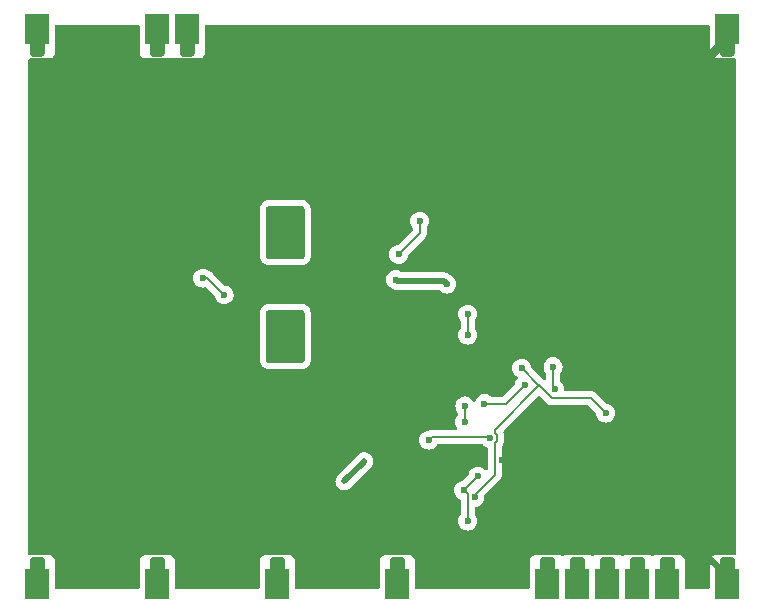
<source format=gtl>
G04 #@! TF.GenerationSoftware,KiCad,Pcbnew,9.0.1+1*
G04 #@! TF.CreationDate,2025-11-11T08:29:31+00:00*
G04 #@! TF.ProjectId,input-power-selector,696e7075-742d-4706-9f77-65722d73656c,rev?*
G04 #@! TF.SameCoordinates,Original*
G04 #@! TF.FileFunction,Copper,L1,Top*
G04 #@! TF.FilePolarity,Positive*
%FSLAX46Y46*%
G04 Gerber Fmt 4.6, Leading zero omitted, Abs format (unit mm)*
G04 Created by KiCad (PCBNEW 9.0.1+1) date 2025-11-11 08:29:31*
%MOMM*%
%LPD*%
G01*
G04 APERTURE LIST*
G04 #@! TA.AperFunction,CastellatedPad*
%ADD10R,2.000000X2.540000*%
G04 #@! TD*
G04 #@! TA.AperFunction,ViaPad*
%ADD11C,0.600000*%
G04 #@! TD*
G04 #@! TA.AperFunction,ViaPad*
%ADD12C,0.500000*%
G04 #@! TD*
G04 #@! TA.AperFunction,Conductor*
%ADD13C,0.200000*%
G04 #@! TD*
G04 #@! TA.AperFunction,Conductor*
%ADD14C,0.500000*%
G04 #@! TD*
G04 #@! TA.AperFunction,Conductor*
%ADD15C,0.750000*%
G04 #@! TD*
G04 APERTURE END LIST*
D10*
X23006300Y-65617000D03*
G04 #@! TA.AperFunction,ComponentPad*
G36*
G01*
X22631300Y-63292000D02*
X23381300Y-63292000D01*
G75*
G02*
X23631300Y-63542000I0J-250000D01*
G01*
X23631300Y-64292000D01*
G75*
G02*
X23381300Y-64542000I-250000J0D01*
G01*
X22631300Y-64542000D01*
G75*
G02*
X22381300Y-64292000I0J250000D01*
G01*
X22381300Y-63542000D01*
G75*
G02*
X22631300Y-63292000I250000J0D01*
G01*
G37*
G04 #@! TD.AperFunction*
X33166300Y-65617000D03*
G04 #@! TA.AperFunction,ComponentPad*
G36*
G01*
X32791300Y-63292000D02*
X33541300Y-63292000D01*
G75*
G02*
X33791300Y-63542000I0J-250000D01*
G01*
X33791300Y-64292000D01*
G75*
G02*
X33541300Y-64542000I-250000J0D01*
G01*
X32791300Y-64542000D01*
G75*
G02*
X32541300Y-64292000I0J250000D01*
G01*
X32541300Y-63542000D01*
G75*
G02*
X32791300Y-63292000I250000J0D01*
G01*
G37*
G04 #@! TD.AperFunction*
X43326300Y-65617000D03*
G04 #@! TA.AperFunction,ComponentPad*
G36*
G01*
X42951300Y-63292000D02*
X43701300Y-63292000D01*
G75*
G02*
X43951300Y-63542000I0J-250000D01*
G01*
X43951300Y-64292000D01*
G75*
G02*
X43701300Y-64542000I-250000J0D01*
G01*
X42951300Y-64542000D01*
G75*
G02*
X42701300Y-64292000I0J250000D01*
G01*
X42701300Y-63542000D01*
G75*
G02*
X42951300Y-63292000I250000J0D01*
G01*
G37*
G04 #@! TD.AperFunction*
X53486300Y-65617000D03*
G04 #@! TA.AperFunction,ComponentPad*
G36*
G01*
X53111300Y-63292000D02*
X53861300Y-63292000D01*
G75*
G02*
X54111300Y-63542000I0J-250000D01*
G01*
X54111300Y-64292000D01*
G75*
G02*
X53861300Y-64542000I-250000J0D01*
G01*
X53111300Y-64542000D01*
G75*
G02*
X52861300Y-64292000I0J250000D01*
G01*
X52861300Y-63542000D01*
G75*
G02*
X53111300Y-63292000I250000J0D01*
G01*
G37*
G04 #@! TD.AperFunction*
X66186300Y-65617000D03*
G04 #@! TA.AperFunction,ComponentPad*
G36*
G01*
X65811300Y-63292000D02*
X66561300Y-63292000D01*
G75*
G02*
X66811300Y-63542000I0J-250000D01*
G01*
X66811300Y-64292000D01*
G75*
G02*
X66561300Y-64542000I-250000J0D01*
G01*
X65811300Y-64542000D01*
G75*
G02*
X65561300Y-64292000I0J250000D01*
G01*
X65561300Y-63542000D01*
G75*
G02*
X65811300Y-63292000I250000J0D01*
G01*
G37*
G04 #@! TD.AperFunction*
X68726300Y-65617000D03*
G04 #@! TA.AperFunction,ComponentPad*
G36*
G01*
X68351300Y-63292000D02*
X69101300Y-63292000D01*
G75*
G02*
X69351300Y-63542000I0J-250000D01*
G01*
X69351300Y-64292000D01*
G75*
G02*
X69101300Y-64542000I-250000J0D01*
G01*
X68351300Y-64542000D01*
G75*
G02*
X68101300Y-64292000I0J250000D01*
G01*
X68101300Y-63542000D01*
G75*
G02*
X68351300Y-63292000I250000J0D01*
G01*
G37*
G04 #@! TD.AperFunction*
X71266300Y-65617000D03*
G04 #@! TA.AperFunction,ComponentPad*
G36*
G01*
X70891300Y-63292000D02*
X71641300Y-63292000D01*
G75*
G02*
X71891300Y-63542000I0J-250000D01*
G01*
X71891300Y-64292000D01*
G75*
G02*
X71641300Y-64542000I-250000J0D01*
G01*
X70891300Y-64542000D01*
G75*
G02*
X70641300Y-64292000I0J250000D01*
G01*
X70641300Y-63542000D01*
G75*
G02*
X70891300Y-63292000I250000J0D01*
G01*
G37*
G04 #@! TD.AperFunction*
X73806300Y-65617000D03*
G04 #@! TA.AperFunction,ComponentPad*
G36*
G01*
X73431300Y-63292000D02*
X74181300Y-63292000D01*
G75*
G02*
X74431300Y-63542000I0J-250000D01*
G01*
X74431300Y-64292000D01*
G75*
G02*
X74181300Y-64542000I-250000J0D01*
G01*
X73431300Y-64542000D01*
G75*
G02*
X73181300Y-64292000I0J250000D01*
G01*
X73181300Y-63542000D01*
G75*
G02*
X73431300Y-63292000I250000J0D01*
G01*
G37*
G04 #@! TD.AperFunction*
X76346300Y-65617000D03*
G04 #@! TA.AperFunction,ComponentPad*
G36*
G01*
X75971300Y-63292000D02*
X76721300Y-63292000D01*
G75*
G02*
X76971300Y-63542000I0J-250000D01*
G01*
X76971300Y-64292000D01*
G75*
G02*
X76721300Y-64542000I-250000J0D01*
G01*
X75971300Y-64542000D01*
G75*
G02*
X75721300Y-64292000I0J250000D01*
G01*
X75721300Y-63542000D01*
G75*
G02*
X75971300Y-63292000I250000J0D01*
G01*
G37*
G04 #@! TD.AperFunction*
X81426300Y-65617000D03*
G04 #@! TA.AperFunction,ComponentPad*
G36*
G01*
X81051300Y-63292000D02*
X81801300Y-63292000D01*
G75*
G02*
X82051300Y-63542000I0J-250000D01*
G01*
X82051300Y-64292000D01*
G75*
G02*
X81801300Y-64542000I-250000J0D01*
G01*
X81051300Y-64542000D01*
G75*
G02*
X80801300Y-64292000I0J250000D01*
G01*
X80801300Y-63542000D01*
G75*
G02*
X81051300Y-63292000I250000J0D01*
G01*
G37*
G04 #@! TD.AperFunction*
G04 #@! TA.AperFunction,ComponentPad*
G36*
G01*
X22631300Y-19692000D02*
X23381300Y-19692000D01*
G75*
G02*
X23631300Y-19942000I0J-250000D01*
G01*
X23631300Y-20692000D01*
G75*
G02*
X23381300Y-20942000I-250000J0D01*
G01*
X22631300Y-20942000D01*
G75*
G02*
X22381300Y-20692000I0J250000D01*
G01*
X22381300Y-19942000D01*
G75*
G02*
X22631300Y-19692000I250000J0D01*
G01*
G37*
G04 #@! TD.AperFunction*
X23006300Y-18617000D03*
G04 #@! TA.AperFunction,ComponentPad*
G36*
G01*
X32791300Y-19692000D02*
X33541300Y-19692000D01*
G75*
G02*
X33791300Y-19942000I0J-250000D01*
G01*
X33791300Y-20692000D01*
G75*
G02*
X33541300Y-20942000I-250000J0D01*
G01*
X32791300Y-20942000D01*
G75*
G02*
X32541300Y-20692000I0J250000D01*
G01*
X32541300Y-19942000D01*
G75*
G02*
X32791300Y-19692000I250000J0D01*
G01*
G37*
G04 #@! TD.AperFunction*
X33166300Y-18617000D03*
G04 #@! TA.AperFunction,ComponentPad*
G36*
G01*
X35331300Y-19692000D02*
X36081300Y-19692000D01*
G75*
G02*
X36331300Y-19942000I0J-250000D01*
G01*
X36331300Y-20692000D01*
G75*
G02*
X36081300Y-20942000I-250000J0D01*
G01*
X35331300Y-20942000D01*
G75*
G02*
X35081300Y-20692000I0J250000D01*
G01*
X35081300Y-19942000D01*
G75*
G02*
X35331300Y-19692000I250000J0D01*
G01*
G37*
G04 #@! TD.AperFunction*
X35706300Y-18617000D03*
G04 #@! TA.AperFunction,ComponentPad*
G36*
G01*
X81051300Y-19692000D02*
X81801300Y-19692000D01*
G75*
G02*
X82051300Y-19942000I0J-250000D01*
G01*
X82051300Y-20692000D01*
G75*
G02*
X81801300Y-20942000I-250000J0D01*
G01*
X81051300Y-20942000D01*
G75*
G02*
X80801300Y-20692000I0J250000D01*
G01*
X80801300Y-19942000D01*
G75*
G02*
X81051300Y-19692000I250000J0D01*
G01*
G37*
G04 #@! TD.AperFunction*
X81426300Y-18617000D03*
G04 #@! TA.AperFunction,ComponentPad*
G36*
G01*
X45385300Y-46891000D02*
X42585300Y-46891000D01*
G75*
G02*
X42335300Y-46641000I0J250000D01*
G01*
X42335300Y-42641000D01*
G75*
G02*
X42585300Y-42391000I250000J0D01*
G01*
X45385300Y-42391000D01*
G75*
G02*
X45635300Y-42641000I0J-250000D01*
G01*
X45635300Y-46641000D01*
G75*
G02*
X45385300Y-46891000I-250000J0D01*
G01*
G37*
G04 #@! TD.AperFunction*
G04 #@! TA.AperFunction,ComponentPad*
G36*
G01*
X42585300Y-33591000D02*
X45385300Y-33591000D01*
G75*
G02*
X45635300Y-33841000I0J-250000D01*
G01*
X45635300Y-37841000D01*
G75*
G02*
X45385300Y-38091000I-250000J0D01*
G01*
X42585300Y-38091000D01*
G75*
G02*
X42335300Y-37841000I0J250000D01*
G01*
X42335300Y-33841000D01*
G75*
G02*
X42585300Y-33591000I250000J0D01*
G01*
G37*
G04 #@! TD.AperFunction*
D11*
X53596300Y-37680800D03*
X55374300Y-34860000D03*
X59438300Y-44512000D03*
X59438300Y-42734000D03*
X64264300Y-48703000D03*
X60858079Y-50319831D03*
D12*
X48998900Y-56907200D03*
X50675300Y-55180000D03*
D11*
X59199298Y-50516000D03*
X59184300Y-51878000D03*
X60292300Y-56450000D03*
X59438300Y-60260000D03*
X59092300Y-57648160D03*
X60038300Y-58253400D03*
X71122300Y-51116000D03*
X64010300Y-47306000D03*
X61307565Y-53239265D03*
X56136300Y-53402000D03*
X24530300Y-41542000D03*
X47009300Y-58687000D03*
X58549300Y-46798000D03*
X72790300Y-61735000D03*
X35071300Y-62116000D03*
X62359300Y-55053000D03*
X59819300Y-40448000D03*
X57042300Y-63767000D03*
X61360300Y-59957000D03*
X31642300Y-62497000D03*
X76854300Y-54115000D03*
X67439300Y-40448000D03*
X65424300Y-60338000D03*
X54739300Y-56323000D03*
X35325300Y-47511000D03*
X27705300Y-21730000D03*
X81045300Y-62116000D03*
X29610300Y-38875000D03*
X31007300Y-31890000D03*
X69344300Y-48146000D03*
X66663465Y-47192835D03*
X66804300Y-49084000D03*
X37000300Y-39686000D03*
X38813500Y-41108400D03*
X53346950Y-39813000D03*
X57660300Y-40194000D03*
D13*
X55374300Y-35902800D02*
X55374300Y-34860000D01*
X53596300Y-37680800D02*
X55374300Y-35902800D01*
X59438300Y-44512000D02*
X59438300Y-42734000D01*
D14*
X50675300Y-55230800D02*
X48998900Y-56907200D01*
D13*
X62647469Y-50319831D02*
X64264300Y-48703000D01*
D14*
X50675300Y-55180000D02*
X50675300Y-55230800D01*
D13*
X60858079Y-50319831D02*
X62647469Y-50319831D01*
X59184300Y-50530998D02*
X59199298Y-50516000D01*
X59184300Y-51878000D02*
X59184300Y-50530998D01*
X59094140Y-57648160D02*
X60292300Y-56450000D01*
X59092300Y-57648160D02*
X59094140Y-57648160D01*
X59438300Y-57994160D02*
X59092300Y-57648160D01*
X59438300Y-60260000D02*
X59438300Y-57994160D01*
X61724300Y-53671059D02*
X61907565Y-53487794D01*
X71122300Y-51116000D02*
X69852300Y-49846000D01*
X66550300Y-49846000D02*
X65470800Y-48766500D01*
X61724300Y-52807471D02*
X61724300Y-52513000D01*
X61724300Y-52513000D02*
X65470800Y-48766500D01*
X69852300Y-49846000D02*
X66550300Y-49846000D01*
X61907565Y-53487794D02*
X61907565Y-52990736D01*
X60038300Y-58009000D02*
X61724300Y-56323000D01*
X65407300Y-48703000D02*
X64010300Y-47306000D01*
X60038300Y-58253400D02*
X60038300Y-58009000D01*
X65470800Y-48766500D02*
X65407300Y-48703000D01*
X61724300Y-56323000D02*
X61724300Y-53671059D01*
X61907565Y-52990736D02*
X61724300Y-52807471D01*
X56390300Y-53148000D02*
X56136300Y-53402000D01*
X61307565Y-53239265D02*
X61216300Y-53148000D01*
X61216300Y-53148000D02*
X56390300Y-53148000D01*
X72790300Y-58179000D02*
X72790300Y-61735000D01*
X61995300Y-63767000D02*
X57042300Y-63767000D01*
D15*
X81426300Y-19317000D02*
X79140300Y-21603000D01*
D13*
X29610300Y-38875000D02*
X31515300Y-40780000D01*
X31642300Y-48654000D02*
X31642300Y-62497000D01*
X76854300Y-54115000D02*
X72790300Y-58179000D01*
X24530300Y-41542000D02*
X31642300Y-48654000D01*
X38500300Y-58687000D02*
X35071300Y-62116000D01*
X65424300Y-60338000D02*
X61995300Y-63767000D01*
D15*
X79140300Y-21603000D02*
X78505300Y-21603000D01*
D13*
X31007300Y-31890000D02*
X31007300Y-25032000D01*
X31515300Y-40780000D02*
X31515300Y-43701000D01*
X47009300Y-58687000D02*
X38500300Y-58687000D01*
X31007300Y-25032000D02*
X27705300Y-21730000D01*
X31515300Y-43701000D02*
X35325300Y-47511000D01*
X66663465Y-47192835D02*
X66663465Y-48943165D01*
X66663465Y-48943165D02*
X66804300Y-49084000D01*
X37000300Y-39686000D02*
X37391100Y-39686000D01*
X37391100Y-39686000D02*
X38813500Y-41108400D01*
D14*
X53342300Y-39813000D02*
X53469300Y-39940000D01*
X53342300Y-39813000D02*
X53346950Y-39813000D01*
X57406300Y-39940000D02*
X57660300Y-40194000D01*
X53469300Y-39940000D02*
X57406300Y-39940000D01*
G04 #@! TA.AperFunction,Conductor*
G36*
X31608839Y-18249686D02*
G01*
X31654594Y-18302490D01*
X31665800Y-18354001D01*
X31665800Y-20634870D01*
X31665801Y-20634876D01*
X31672208Y-20694483D01*
X31722502Y-20829328D01*
X31722506Y-20829335D01*
X31808752Y-20944544D01*
X31808755Y-20944547D01*
X31923964Y-21030793D01*
X31923971Y-21030797D01*
X32058817Y-21081091D01*
X32058816Y-21081091D01*
X32065744Y-21081835D01*
X32118427Y-21087500D01*
X34214172Y-21087499D01*
X34273783Y-21081091D01*
X34392967Y-21036637D01*
X34462658Y-21031654D01*
X34479629Y-21036636D01*
X34598817Y-21081091D01*
X34598816Y-21081091D01*
X34605744Y-21081835D01*
X34658427Y-21087500D01*
X36754172Y-21087499D01*
X36813783Y-21081091D01*
X36948631Y-21030796D01*
X37063846Y-20944546D01*
X37150096Y-20829331D01*
X37200391Y-20694483D01*
X37206800Y-20634873D01*
X37206799Y-18354000D01*
X37226484Y-18286962D01*
X37279287Y-18241207D01*
X37330799Y-18230001D01*
X79802300Y-18230001D01*
X79869339Y-18249686D01*
X79915094Y-18302490D01*
X79926300Y-18354001D01*
X79926300Y-20463448D01*
X80688341Y-19701406D01*
X80705122Y-19785767D01*
X80761659Y-19922258D01*
X80843737Y-20045097D01*
X80947745Y-20149105D01*
X80116892Y-20979958D01*
X80184211Y-21030353D01*
X80184213Y-21030354D01*
X80318920Y-21080596D01*
X80318927Y-21080598D01*
X80378455Y-21086999D01*
X80378472Y-21087000D01*
X82071800Y-21087000D01*
X82138839Y-21106685D01*
X82184594Y-21159489D01*
X82195800Y-21211000D01*
X82195800Y-63023000D01*
X82176115Y-63090039D01*
X82123311Y-63135794D01*
X82071800Y-63147000D01*
X80378455Y-63147000D01*
X80318927Y-63153401D01*
X80318920Y-63153403D01*
X80184214Y-63203645D01*
X80116891Y-63254041D01*
X80947745Y-64084894D01*
X80843737Y-64188903D01*
X80761659Y-64311742D01*
X80705122Y-64448233D01*
X80688341Y-64532592D01*
X79926300Y-63770551D01*
X79926300Y-65879999D01*
X79906615Y-65947038D01*
X79853811Y-65992793D01*
X79802300Y-66003999D01*
X77970800Y-66003999D01*
X77903761Y-65984314D01*
X77858006Y-65931510D01*
X77846800Y-65879999D01*
X77846799Y-63599129D01*
X77846798Y-63599123D01*
X77846797Y-63599116D01*
X77840391Y-63539517D01*
X77790096Y-63404669D01*
X77790095Y-63404668D01*
X77790093Y-63404664D01*
X77703847Y-63289455D01*
X77703844Y-63289452D01*
X77588635Y-63203206D01*
X77588628Y-63203202D01*
X77453782Y-63152908D01*
X77453783Y-63152908D01*
X77394183Y-63146501D01*
X77394181Y-63146500D01*
X77394173Y-63146500D01*
X77394164Y-63146500D01*
X75298429Y-63146500D01*
X75298423Y-63146501D01*
X75238816Y-63152908D01*
X75119633Y-63197361D01*
X75049941Y-63202345D01*
X75032967Y-63197361D01*
X74913782Y-63152908D01*
X74913783Y-63152908D01*
X74854183Y-63146501D01*
X74854181Y-63146500D01*
X74854173Y-63146500D01*
X74854164Y-63146500D01*
X72758429Y-63146500D01*
X72758423Y-63146501D01*
X72698816Y-63152908D01*
X72579633Y-63197361D01*
X72509941Y-63202345D01*
X72492967Y-63197361D01*
X72373782Y-63152908D01*
X72373783Y-63152908D01*
X72314183Y-63146501D01*
X72314181Y-63146500D01*
X72314173Y-63146500D01*
X72314164Y-63146500D01*
X70218429Y-63146500D01*
X70218423Y-63146501D01*
X70158816Y-63152908D01*
X70039633Y-63197361D01*
X69969941Y-63202345D01*
X69952967Y-63197361D01*
X69833782Y-63152908D01*
X69833783Y-63152908D01*
X69774183Y-63146501D01*
X69774181Y-63146500D01*
X69774173Y-63146500D01*
X69774164Y-63146500D01*
X67678429Y-63146500D01*
X67678423Y-63146501D01*
X67618816Y-63152908D01*
X67499633Y-63197361D01*
X67429941Y-63202345D01*
X67412967Y-63197361D01*
X67293782Y-63152908D01*
X67293783Y-63152908D01*
X67234183Y-63146501D01*
X67234181Y-63146500D01*
X67234173Y-63146500D01*
X67234164Y-63146500D01*
X65138429Y-63146500D01*
X65138423Y-63146501D01*
X65078816Y-63152908D01*
X64943971Y-63203202D01*
X64943964Y-63203206D01*
X64828755Y-63289452D01*
X64828752Y-63289455D01*
X64742506Y-63404664D01*
X64742502Y-63404671D01*
X64692208Y-63539517D01*
X64685801Y-63599116D01*
X64685800Y-63599127D01*
X64685800Y-64783558D01*
X64685801Y-65879999D01*
X64666116Y-65947038D01*
X64613313Y-65992793D01*
X64561801Y-66003999D01*
X55110800Y-66003999D01*
X55043761Y-65984314D01*
X54998006Y-65931510D01*
X54986800Y-65879999D01*
X54986799Y-63599129D01*
X54986798Y-63599123D01*
X54986797Y-63599116D01*
X54980391Y-63539517D01*
X54930096Y-63404669D01*
X54930095Y-63404668D01*
X54930093Y-63404664D01*
X54843847Y-63289455D01*
X54843844Y-63289452D01*
X54728635Y-63203206D01*
X54728628Y-63203202D01*
X54593782Y-63152908D01*
X54593783Y-63152908D01*
X54534183Y-63146501D01*
X54534181Y-63146500D01*
X54534173Y-63146500D01*
X54534164Y-63146500D01*
X52438429Y-63146500D01*
X52438423Y-63146501D01*
X52378816Y-63152908D01*
X52243971Y-63203202D01*
X52243964Y-63203206D01*
X52128755Y-63289452D01*
X52128752Y-63289455D01*
X52042506Y-63404664D01*
X52042502Y-63404671D01*
X51992208Y-63539517D01*
X51985801Y-63599116D01*
X51985800Y-63599127D01*
X51985800Y-64783558D01*
X51985801Y-65879999D01*
X51966116Y-65947038D01*
X51913313Y-65992793D01*
X51861801Y-66003999D01*
X44950800Y-66003999D01*
X44883761Y-65984314D01*
X44838006Y-65931510D01*
X44826800Y-65879999D01*
X44826799Y-63599129D01*
X44826798Y-63599123D01*
X44826797Y-63599116D01*
X44820391Y-63539517D01*
X44770096Y-63404669D01*
X44770095Y-63404668D01*
X44770093Y-63404664D01*
X44683847Y-63289455D01*
X44683844Y-63289452D01*
X44568635Y-63203206D01*
X44568628Y-63203202D01*
X44433782Y-63152908D01*
X44433783Y-63152908D01*
X44374183Y-63146501D01*
X44374181Y-63146500D01*
X44374173Y-63146500D01*
X44374164Y-63146500D01*
X42278429Y-63146500D01*
X42278423Y-63146501D01*
X42218816Y-63152908D01*
X42083971Y-63203202D01*
X42083964Y-63203206D01*
X41968755Y-63289452D01*
X41968752Y-63289455D01*
X41882506Y-63404664D01*
X41882502Y-63404671D01*
X41832208Y-63539517D01*
X41825801Y-63599116D01*
X41825800Y-63599127D01*
X41825800Y-64783558D01*
X41825801Y-65879999D01*
X41806116Y-65947038D01*
X41753313Y-65992793D01*
X41701801Y-66003999D01*
X34790800Y-66003999D01*
X34723761Y-65984314D01*
X34678006Y-65931510D01*
X34666800Y-65879999D01*
X34666799Y-63599129D01*
X34666798Y-63599123D01*
X34666797Y-63599116D01*
X34660391Y-63539517D01*
X34610096Y-63404669D01*
X34610095Y-63404668D01*
X34610093Y-63404664D01*
X34523847Y-63289455D01*
X34523844Y-63289452D01*
X34408635Y-63203206D01*
X34408628Y-63203202D01*
X34273782Y-63152908D01*
X34273783Y-63152908D01*
X34214183Y-63146501D01*
X34214181Y-63146500D01*
X34214173Y-63146500D01*
X34214164Y-63146500D01*
X32118429Y-63146500D01*
X32118423Y-63146501D01*
X32058816Y-63152908D01*
X31923971Y-63203202D01*
X31923964Y-63203206D01*
X31808755Y-63289452D01*
X31808752Y-63289455D01*
X31722506Y-63404664D01*
X31722502Y-63404671D01*
X31672208Y-63539517D01*
X31665801Y-63599116D01*
X31665800Y-63599127D01*
X31665800Y-64783558D01*
X31665801Y-65879999D01*
X31646116Y-65947038D01*
X31593313Y-65992793D01*
X31541801Y-66003999D01*
X24630800Y-66003999D01*
X24563761Y-65984314D01*
X24518006Y-65931510D01*
X24506800Y-65879999D01*
X24506799Y-63599129D01*
X24506798Y-63599123D01*
X24506797Y-63599116D01*
X24500391Y-63539517D01*
X24450096Y-63404669D01*
X24450095Y-63404668D01*
X24450093Y-63404664D01*
X24363847Y-63289455D01*
X24363844Y-63289452D01*
X24248635Y-63203206D01*
X24248628Y-63203202D01*
X24113782Y-63152908D01*
X24113783Y-63152908D01*
X24054183Y-63146501D01*
X24054181Y-63146500D01*
X24054173Y-63146500D01*
X24054165Y-63146500D01*
X22360800Y-63146500D01*
X22293761Y-63126815D01*
X22248006Y-63074011D01*
X22236800Y-63022500D01*
X22236800Y-56907197D01*
X48243651Y-56907197D01*
X48243651Y-56907200D01*
X48247620Y-56942423D01*
X48248400Y-56956308D01*
X48248400Y-56981121D01*
X48255637Y-57017503D01*
X48257240Y-57027810D01*
X48262585Y-57075253D01*
X48262586Y-57075255D01*
X48270230Y-57097102D01*
X48274802Y-57113852D01*
X48277240Y-57126107D01*
X48277243Y-57126115D01*
X48296131Y-57171714D01*
X48298612Y-57178213D01*
X48318444Y-57234891D01*
X48324193Y-57244041D01*
X48333752Y-57262542D01*
X48333813Y-57262691D01*
X48368064Y-57313951D01*
X48369954Y-57316868D01*
X48408421Y-57378088D01*
X48412822Y-57382489D01*
X48412851Y-57382520D01*
X48524803Y-57494472D01*
X48524825Y-57494492D01*
X48528010Y-57497677D01*
X48528012Y-57497678D01*
X48589229Y-57536143D01*
X48592138Y-57538028D01*
X48643406Y-57572284D01*
X48643538Y-57572338D01*
X48662063Y-57581908D01*
X48671210Y-57587656D01*
X48727928Y-57607501D01*
X48734364Y-57609959D01*
X48779988Y-57628858D01*
X48788766Y-57630604D01*
X48792239Y-57631295D01*
X48809004Y-57635872D01*
X48830835Y-57643511D01*
X48830841Y-57643513D01*
X48878304Y-57648860D01*
X48888593Y-57650461D01*
X48924979Y-57657700D01*
X48924983Y-57657700D01*
X48949790Y-57657700D01*
X48963674Y-57658480D01*
X48998898Y-57662449D01*
X48998900Y-57662449D01*
X48998902Y-57662449D01*
X49034126Y-57658480D01*
X49048010Y-57657700D01*
X49072812Y-57657700D01*
X49072817Y-57657700D01*
X49109220Y-57650457D01*
X49119490Y-57648860D01*
X49166959Y-57643513D01*
X49188806Y-57635867D01*
X49205564Y-57631293D01*
X49217812Y-57628858D01*
X49263447Y-57609953D01*
X49269887Y-57607495D01*
X49326590Y-57587656D01*
X49335738Y-57581906D01*
X49354255Y-57572341D01*
X49354394Y-57572284D01*
X49405699Y-57538002D01*
X49408517Y-57536176D01*
X49469790Y-57497677D01*
X49470235Y-57497231D01*
X49470249Y-57497221D01*
X49470248Y-57497220D01*
X51258249Y-55709218D01*
X51258248Y-55709218D01*
X51258252Y-55709215D01*
X51321518Y-55614530D01*
X51340384Y-55586295D01*
X51372943Y-55507690D01*
X51396959Y-55449712D01*
X51425800Y-55304717D01*
X51425800Y-55229108D01*
X51426580Y-55215223D01*
X51430549Y-55180000D01*
X51430549Y-55179997D01*
X51426580Y-55144774D01*
X51425800Y-55130890D01*
X51425800Y-55106081D01*
X51418561Y-55069692D01*
X51416959Y-55059398D01*
X51411613Y-55011941D01*
X51411612Y-55011938D01*
X51403971Y-54990101D01*
X51399394Y-54973332D01*
X51396960Y-54961095D01*
X51396958Y-54961087D01*
X51378066Y-54915477D01*
X51375585Y-54908979D01*
X51374658Y-54906332D01*
X51355756Y-54852310D01*
X51350008Y-54843162D01*
X51340443Y-54824648D01*
X51340384Y-54824505D01*
X51306134Y-54773247D01*
X51304249Y-54770338D01*
X51265777Y-54709110D01*
X51146190Y-54589523D01*
X51146189Y-54589522D01*
X51084977Y-54551060D01*
X51082060Y-54549169D01*
X51030795Y-54514916D01*
X51030788Y-54514912D01*
X51030640Y-54514851D01*
X51012144Y-54505295D01*
X51002994Y-54499546D01*
X51002991Y-54499544D01*
X51002990Y-54499544D01*
X50946303Y-54479708D01*
X50939830Y-54477237D01*
X50894213Y-54458342D01*
X50894211Y-54458341D01*
X50894210Y-54458341D01*
X50888099Y-54457125D01*
X50881959Y-54455904D01*
X50865202Y-54451330D01*
X50843359Y-54443687D01*
X50843360Y-54443687D01*
X50812094Y-54440163D01*
X50795914Y-54438340D01*
X50785612Y-54436739D01*
X50749218Y-54429500D01*
X50749217Y-54429500D01*
X50724410Y-54429500D01*
X50710526Y-54428720D01*
X50675302Y-54424751D01*
X50675298Y-54424751D01*
X50640074Y-54428720D01*
X50626190Y-54429500D01*
X50601382Y-54429500D01*
X50564985Y-54436739D01*
X50554682Y-54438341D01*
X50507240Y-54443687D01*
X50507239Y-54443687D01*
X50485397Y-54451330D01*
X50468641Y-54455903D01*
X50456397Y-54458339D01*
X50456388Y-54458341D01*
X50410766Y-54477237D01*
X50404274Y-54479715D01*
X50347614Y-54499542D01*
X50347609Y-54499544D01*
X50338447Y-54505300D01*
X50319957Y-54514852D01*
X50319813Y-54514911D01*
X50319799Y-54514918D01*
X50268554Y-54549159D01*
X50265639Y-54551048D01*
X50204414Y-54589519D01*
X50204407Y-54589525D01*
X50084825Y-54709107D01*
X50084819Y-54709114D01*
X50046348Y-54770339D01*
X50044459Y-54773254D01*
X50010213Y-54824508D01*
X50007384Y-54829800D01*
X49985712Y-54859019D01*
X48415948Y-56428784D01*
X48415945Y-56428786D01*
X48415945Y-56428787D01*
X48408423Y-56436310D01*
X48408422Y-56436311D01*
X48369949Y-56497539D01*
X48368060Y-56500453D01*
X48333817Y-56551703D01*
X48333814Y-56551708D01*
X48333756Y-56551851D01*
X48324196Y-56570354D01*
X48318443Y-56579509D01*
X48298612Y-56636184D01*
X48296133Y-56642678D01*
X48277242Y-56688286D01*
X48277242Y-56688287D01*
X48274805Y-56700536D01*
X48270233Y-56717284D01*
X48262588Y-56739135D01*
X48262585Y-56739146D01*
X48257240Y-56786591D01*
X48255637Y-56796898D01*
X48248400Y-56833279D01*
X48248400Y-56858090D01*
X48247620Y-56871974D01*
X48243651Y-56907197D01*
X22236800Y-56907197D01*
X22236800Y-53401996D01*
X55330735Y-53401996D01*
X55330735Y-53402003D01*
X55350930Y-53581249D01*
X55350931Y-53581254D01*
X55410511Y-53751523D01*
X55476479Y-53856509D01*
X55506484Y-53904262D01*
X55634038Y-54031816D01*
X55786778Y-54127789D01*
X55957045Y-54187368D01*
X55957050Y-54187369D01*
X56136296Y-54207565D01*
X56136300Y-54207565D01*
X56136304Y-54207565D01*
X56315549Y-54187369D01*
X56315552Y-54187368D01*
X56315555Y-54187368D01*
X56485822Y-54127789D01*
X56638562Y-54031816D01*
X56766116Y-53904262D01*
X56827526Y-53806527D01*
X56879861Y-53760237D01*
X56932520Y-53748500D01*
X60633360Y-53748500D01*
X60700399Y-53768185D01*
X60721041Y-53784819D01*
X60805303Y-53869081D01*
X60958043Y-53965054D01*
X61040755Y-53993995D01*
X61097530Y-54034716D01*
X61123278Y-54099669D01*
X61123800Y-54111037D01*
X61123800Y-55850060D01*
X61104115Y-55917099D01*
X61051311Y-55962854D01*
X60982153Y-55972798D01*
X60918597Y-55943773D01*
X60912119Y-55937741D01*
X60794562Y-55820184D01*
X60641823Y-55724211D01*
X60471554Y-55664631D01*
X60471549Y-55664630D01*
X60292304Y-55644435D01*
X60292296Y-55644435D01*
X60113050Y-55664630D01*
X60113045Y-55664631D01*
X59942776Y-55724211D01*
X59790037Y-55820184D01*
X59662484Y-55947737D01*
X59566510Y-56100478D01*
X59506930Y-56270750D01*
X59497137Y-56357668D01*
X59470070Y-56422082D01*
X59461598Y-56431465D01*
X59075839Y-56817224D01*
X59014516Y-56850709D01*
X59002043Y-56852763D01*
X58913050Y-56862790D01*
X58742778Y-56922370D01*
X58590037Y-57018344D01*
X58462484Y-57145897D01*
X58366511Y-57298636D01*
X58306931Y-57468905D01*
X58306930Y-57468910D01*
X58286735Y-57648156D01*
X58286735Y-57648163D01*
X58306930Y-57827409D01*
X58306931Y-57827414D01*
X58366511Y-57997683D01*
X58407875Y-58063513D01*
X58462484Y-58150422D01*
X58590038Y-58277976D01*
X58742778Y-58373949D01*
X58754752Y-58378138D01*
X58811529Y-58418858D01*
X58837278Y-58483810D01*
X58837800Y-58495181D01*
X58837800Y-59677587D01*
X58818115Y-59744626D01*
X58810750Y-59754896D01*
X58808486Y-59757734D01*
X58712511Y-59910476D01*
X58652931Y-60080745D01*
X58652930Y-60080750D01*
X58632735Y-60259996D01*
X58632735Y-60260003D01*
X58652930Y-60439249D01*
X58652931Y-60439254D01*
X58712511Y-60609523D01*
X58808484Y-60762262D01*
X58936038Y-60889816D01*
X59088778Y-60985789D01*
X59259045Y-61045368D01*
X59259050Y-61045369D01*
X59438296Y-61065565D01*
X59438300Y-61065565D01*
X59438304Y-61065565D01*
X59617549Y-61045369D01*
X59617552Y-61045368D01*
X59617555Y-61045368D01*
X59787822Y-60985789D01*
X59940562Y-60889816D01*
X60068116Y-60762262D01*
X60164089Y-60609522D01*
X60223668Y-60439255D01*
X60243865Y-60260000D01*
X60223668Y-60080745D01*
X60164089Y-59910478D01*
X60068116Y-59757738D01*
X60068114Y-59757736D01*
X60068113Y-59757734D01*
X60065850Y-59754896D01*
X60064959Y-59752715D01*
X60064411Y-59751842D01*
X60064564Y-59751745D01*
X60039444Y-59690209D01*
X60038800Y-59677587D01*
X60038800Y-59169721D01*
X60058485Y-59102682D01*
X60111289Y-59056927D01*
X60148912Y-59046501D01*
X60217555Y-59038768D01*
X60387822Y-58979189D01*
X60540562Y-58883216D01*
X60668116Y-58755662D01*
X60764089Y-58602922D01*
X60823668Y-58432655D01*
X60825223Y-58418858D01*
X60843865Y-58253403D01*
X60843865Y-58253397D01*
X60830224Y-58132335D01*
X60842278Y-58063513D01*
X60865760Y-58030773D01*
X62082806Y-56813728D01*
X62082811Y-56813724D01*
X62093014Y-56803520D01*
X62093016Y-56803520D01*
X62204820Y-56691716D01*
X62269602Y-56579510D01*
X62283877Y-56554785D01*
X62324800Y-56402057D01*
X62324800Y-56243943D01*
X62324800Y-53971157D01*
X62344485Y-53904118D01*
X62361115Y-53883479D01*
X62388085Y-53856510D01*
X62438204Y-53769698D01*
X62467142Y-53719579D01*
X62508066Y-53566851D01*
X62508066Y-53408737D01*
X62508066Y-53401142D01*
X62508065Y-53401124D01*
X62508065Y-53079795D01*
X62508066Y-53079782D01*
X62508066Y-52911681D01*
X62508066Y-52911679D01*
X62467142Y-52758951D01*
X62467140Y-52758947D01*
X62463634Y-52752874D01*
X62447161Y-52684974D01*
X62470013Y-52618947D01*
X62483334Y-52603199D01*
X65383118Y-49703416D01*
X65444441Y-49669931D01*
X65514133Y-49674915D01*
X65558480Y-49703416D01*
X66181584Y-50326520D01*
X66181586Y-50326521D01*
X66181590Y-50326524D01*
X66291899Y-50390210D01*
X66318516Y-50405577D01*
X66471243Y-50446501D01*
X66471245Y-50446501D01*
X66636954Y-50446501D01*
X66636970Y-50446500D01*
X69552203Y-50446500D01*
X69619242Y-50466185D01*
X69639884Y-50482819D01*
X70291598Y-51134533D01*
X70325083Y-51195856D01*
X70327137Y-51208330D01*
X70336930Y-51295249D01*
X70396510Y-51465521D01*
X70436069Y-51528478D01*
X70492484Y-51618262D01*
X70620038Y-51745816D01*
X70772778Y-51841789D01*
X70876252Y-51877996D01*
X70943045Y-51901368D01*
X70943050Y-51901369D01*
X71122296Y-51921565D01*
X71122300Y-51921565D01*
X71122304Y-51921565D01*
X71301549Y-51901369D01*
X71301552Y-51901368D01*
X71301555Y-51901368D01*
X71471822Y-51841789D01*
X71624562Y-51745816D01*
X71752116Y-51618262D01*
X71848089Y-51465522D01*
X71907668Y-51295255D01*
X71917462Y-51208330D01*
X71927865Y-51116003D01*
X71927865Y-51115996D01*
X71907669Y-50936750D01*
X71907668Y-50936745D01*
X71882746Y-50865521D01*
X71848089Y-50766478D01*
X71752116Y-50613738D01*
X71624562Y-50486184D01*
X71561407Y-50446501D01*
X71471821Y-50390210D01*
X71301549Y-50330630D01*
X71214630Y-50320837D01*
X71150216Y-50293770D01*
X71140833Y-50285298D01*
X70339890Y-49484355D01*
X70339888Y-49484352D01*
X70221017Y-49365481D01*
X70221012Y-49365477D01*
X70113663Y-49303500D01*
X70113661Y-49303499D01*
X70084087Y-49286424D01*
X70084086Y-49286423D01*
X70084085Y-49286423D01*
X69931357Y-49245499D01*
X69773243Y-49245499D01*
X69765647Y-49245499D01*
X69765631Y-49245500D01*
X67730424Y-49245500D01*
X67663385Y-49225815D01*
X67617630Y-49173011D01*
X67607204Y-49107615D01*
X67609865Y-49084000D01*
X67609865Y-49083996D01*
X67589669Y-48904750D01*
X67589668Y-48904745D01*
X67530088Y-48734476D01*
X67490882Y-48672080D01*
X67434116Y-48581738D01*
X67306562Y-48454184D01*
X67301638Y-48449260D01*
X67303557Y-48447340D01*
X67270508Y-48400246D01*
X67263965Y-48360499D01*
X67263965Y-47775247D01*
X67283650Y-47708208D01*
X67291020Y-47697932D01*
X67293275Y-47695102D01*
X67293281Y-47695097D01*
X67389254Y-47542357D01*
X67448833Y-47372090D01*
X67454047Y-47325814D01*
X67469030Y-47192838D01*
X67469030Y-47192831D01*
X67448834Y-47013585D01*
X67448833Y-47013580D01*
X67389253Y-46843311D01*
X67350047Y-46780915D01*
X67293281Y-46690573D01*
X67165727Y-46563019D01*
X67098267Y-46520631D01*
X67012988Y-46467046D01*
X66842719Y-46407466D01*
X66842714Y-46407465D01*
X66663469Y-46387270D01*
X66663461Y-46387270D01*
X66484215Y-46407465D01*
X66484210Y-46407466D01*
X66313941Y-46467046D01*
X66161202Y-46563019D01*
X66033649Y-46690572D01*
X65937676Y-46843311D01*
X65878096Y-47013580D01*
X65878095Y-47013585D01*
X65857900Y-47192831D01*
X65857900Y-47192838D01*
X65878095Y-47372084D01*
X65878096Y-47372089D01*
X65937676Y-47542358D01*
X66033650Y-47695098D01*
X66035910Y-47697932D01*
X66036799Y-47700110D01*
X66037354Y-47700993D01*
X66037199Y-47701090D01*
X66062320Y-47762618D01*
X66062965Y-47775247D01*
X66062965Y-48210067D01*
X66043280Y-48277106D01*
X65990476Y-48322861D01*
X65921318Y-48332805D01*
X65857762Y-48303780D01*
X65851284Y-48297749D01*
X65830641Y-48277106D01*
X65776016Y-48222481D01*
X64841000Y-47287465D01*
X64807515Y-47226142D01*
X64805463Y-47213686D01*
X64795668Y-47126745D01*
X64736089Y-46956478D01*
X64640116Y-46803738D01*
X64512562Y-46676184D01*
X64359823Y-46580211D01*
X64189554Y-46520631D01*
X64189549Y-46520630D01*
X64010304Y-46500435D01*
X64010296Y-46500435D01*
X63831050Y-46520630D01*
X63831045Y-46520631D01*
X63660776Y-46580211D01*
X63508037Y-46676184D01*
X63380484Y-46803737D01*
X63284511Y-46956476D01*
X63224931Y-47126745D01*
X63224930Y-47126750D01*
X63204735Y-47305996D01*
X63204735Y-47306003D01*
X63224930Y-47485249D01*
X63224931Y-47485254D01*
X63284511Y-47655523D01*
X63327798Y-47724413D01*
X63380484Y-47808262D01*
X63508038Y-47935816D01*
X63592638Y-47988974D01*
X63616727Y-48004110D01*
X63663018Y-48056445D01*
X63673666Y-48125499D01*
X63645291Y-48189347D01*
X63638441Y-48196780D01*
X63634484Y-48200737D01*
X63538510Y-48353478D01*
X63478930Y-48523750D01*
X63469137Y-48610668D01*
X63442070Y-48675082D01*
X63433598Y-48684465D01*
X62435053Y-49683012D01*
X62373730Y-49716497D01*
X62347372Y-49719331D01*
X61440491Y-49719331D01*
X61373452Y-49699646D01*
X61363176Y-49692276D01*
X61360342Y-49690016D01*
X61360341Y-49690015D01*
X61303575Y-49654346D01*
X61207602Y-49594042D01*
X61037333Y-49534462D01*
X61037328Y-49534461D01*
X60858083Y-49514266D01*
X60858075Y-49514266D01*
X60678829Y-49534461D01*
X60678824Y-49534462D01*
X60508555Y-49594042D01*
X60355816Y-49690015D01*
X60228263Y-49817568D01*
X60132288Y-49970310D01*
X60099127Y-50065079D01*
X60058405Y-50121854D01*
X59993452Y-50147601D01*
X59924891Y-50134144D01*
X59877092Y-50090095D01*
X59829114Y-50013738D01*
X59701560Y-49886184D01*
X59548821Y-49790211D01*
X59378552Y-49730631D01*
X59378547Y-49730630D01*
X59199302Y-49710435D01*
X59199294Y-49710435D01*
X59020048Y-49730630D01*
X59020043Y-49730631D01*
X58849774Y-49790211D01*
X58697035Y-49886184D01*
X58569482Y-50013737D01*
X58473509Y-50166476D01*
X58413929Y-50336745D01*
X58413928Y-50336750D01*
X58393733Y-50515996D01*
X58393733Y-50516003D01*
X58413928Y-50695249D01*
X58413929Y-50695254D01*
X58473509Y-50865524D01*
X58564793Y-51010799D01*
X58583800Y-51076772D01*
X58583800Y-51295587D01*
X58564115Y-51362626D01*
X58556750Y-51372896D01*
X58554486Y-51375734D01*
X58458511Y-51528476D01*
X58398931Y-51698745D01*
X58398930Y-51698750D01*
X58378735Y-51877996D01*
X58378735Y-51878003D01*
X58398930Y-52057249D01*
X58398931Y-52057254D01*
X58458511Y-52227523D01*
X58540199Y-52357528D01*
X58559199Y-52424765D01*
X58538831Y-52491600D01*
X58485563Y-52536814D01*
X58435205Y-52547500D01*
X56311242Y-52547500D01*
X56158509Y-52588424D01*
X56156408Y-52589295D01*
X56122851Y-52597949D01*
X55957049Y-52616630D01*
X55957045Y-52616631D01*
X55786776Y-52676211D01*
X55634037Y-52772184D01*
X55506484Y-52899737D01*
X55410511Y-53052476D01*
X55350931Y-53222745D01*
X55350930Y-53222750D01*
X55330735Y-53401996D01*
X22236800Y-53401996D01*
X22236800Y-42590983D01*
X41834800Y-42590983D01*
X41834800Y-46691001D01*
X41834801Y-46691018D01*
X41845300Y-46793796D01*
X41845301Y-46793799D01*
X41848595Y-46803738D01*
X41900486Y-46960334D01*
X41992588Y-47109656D01*
X42116644Y-47233712D01*
X42265966Y-47325814D01*
X42432503Y-47380999D01*
X42535291Y-47391500D01*
X45435308Y-47391499D01*
X45538097Y-47380999D01*
X45704634Y-47325814D01*
X45853956Y-47233712D01*
X45978012Y-47109656D01*
X46070114Y-46960334D01*
X46125299Y-46793797D01*
X46135800Y-46691009D01*
X46135799Y-42733996D01*
X58632735Y-42733996D01*
X58632735Y-42734003D01*
X58652930Y-42913249D01*
X58652931Y-42913254D01*
X58712511Y-43083523D01*
X58808485Y-43236263D01*
X58810745Y-43239097D01*
X58811634Y-43241275D01*
X58812189Y-43242158D01*
X58812034Y-43242255D01*
X58837155Y-43303783D01*
X58837800Y-43316412D01*
X58837800Y-43929587D01*
X58818115Y-43996626D01*
X58810750Y-44006896D01*
X58808486Y-44009734D01*
X58712511Y-44162476D01*
X58652931Y-44332745D01*
X58652930Y-44332750D01*
X58632735Y-44511996D01*
X58632735Y-44512003D01*
X58652930Y-44691249D01*
X58652931Y-44691254D01*
X58712511Y-44861523D01*
X58808484Y-45014262D01*
X58936038Y-45141816D01*
X59088778Y-45237789D01*
X59259045Y-45297368D01*
X59259050Y-45297369D01*
X59438296Y-45317565D01*
X59438300Y-45317565D01*
X59438304Y-45317565D01*
X59617549Y-45297369D01*
X59617552Y-45297368D01*
X59617555Y-45297368D01*
X59787822Y-45237789D01*
X59940562Y-45141816D01*
X60068116Y-45014262D01*
X60164089Y-44861522D01*
X60223668Y-44691255D01*
X60243865Y-44512000D01*
X60223668Y-44332745D01*
X60164089Y-44162478D01*
X60068116Y-44009738D01*
X60068114Y-44009736D01*
X60068113Y-44009734D01*
X60065850Y-44006896D01*
X60064959Y-44004715D01*
X60064411Y-44003842D01*
X60064564Y-44003745D01*
X60039444Y-43942209D01*
X60038800Y-43929587D01*
X60038800Y-43316412D01*
X60058485Y-43249373D01*
X60065855Y-43239097D01*
X60068110Y-43236267D01*
X60068116Y-43236262D01*
X60164089Y-43083522D01*
X60223668Y-42913255D01*
X60243865Y-42734000D01*
X60223668Y-42554745D01*
X60164089Y-42384478D01*
X60068116Y-42231738D01*
X59940562Y-42104184D01*
X59851606Y-42048289D01*
X59787823Y-42008211D01*
X59617554Y-41948631D01*
X59617549Y-41948630D01*
X59438304Y-41928435D01*
X59438296Y-41928435D01*
X59259050Y-41948630D01*
X59259045Y-41948631D01*
X59088776Y-42008211D01*
X58936037Y-42104184D01*
X58808484Y-42231737D01*
X58712511Y-42384476D01*
X58652931Y-42554745D01*
X58652930Y-42554750D01*
X58632735Y-42733996D01*
X46135799Y-42733996D01*
X46135799Y-42590992D01*
X46125299Y-42488203D01*
X46070114Y-42321666D01*
X45978012Y-42172344D01*
X45853956Y-42048288D01*
X45704634Y-41956186D01*
X45538097Y-41901001D01*
X45538095Y-41901000D01*
X45435310Y-41890500D01*
X42535298Y-41890500D01*
X42535281Y-41890501D01*
X42432503Y-41901000D01*
X42432500Y-41901001D01*
X42265968Y-41956185D01*
X42265963Y-41956187D01*
X42116642Y-42048289D01*
X41992589Y-42172342D01*
X41900487Y-42321663D01*
X41900486Y-42321666D01*
X41845301Y-42488203D01*
X41845301Y-42488204D01*
X41845300Y-42488204D01*
X41834800Y-42590983D01*
X22236800Y-42590983D01*
X22236800Y-39685996D01*
X36194735Y-39685996D01*
X36194735Y-39686003D01*
X36214930Y-39865249D01*
X36214931Y-39865254D01*
X36274511Y-40035523D01*
X36354310Y-40162522D01*
X36370484Y-40188262D01*
X36498038Y-40315816D01*
X36588380Y-40372582D01*
X36604341Y-40382611D01*
X36650778Y-40411789D01*
X36739448Y-40442816D01*
X36821045Y-40471368D01*
X36821050Y-40471369D01*
X37000296Y-40491565D01*
X37000300Y-40491565D01*
X37000304Y-40491565D01*
X37179547Y-40471369D01*
X37179547Y-40471368D01*
X37179555Y-40471368D01*
X37215411Y-40458820D01*
X37285186Y-40455258D01*
X37344046Y-40488181D01*
X37982798Y-41126933D01*
X38016283Y-41188256D01*
X38018337Y-41200730D01*
X38028130Y-41287649D01*
X38087710Y-41457921D01*
X38183684Y-41610662D01*
X38311238Y-41738216D01*
X38463978Y-41834189D01*
X38624906Y-41890500D01*
X38634245Y-41893768D01*
X38634250Y-41893769D01*
X38813496Y-41913965D01*
X38813500Y-41913965D01*
X38813504Y-41913965D01*
X38992749Y-41893769D01*
X38992752Y-41893768D01*
X38992755Y-41893768D01*
X39163022Y-41834189D01*
X39315762Y-41738216D01*
X39443316Y-41610662D01*
X39539289Y-41457922D01*
X39598868Y-41287655D01*
X39608662Y-41200730D01*
X39619065Y-41108403D01*
X39619065Y-41108396D01*
X39598869Y-40929150D01*
X39598868Y-40929145D01*
X39539288Y-40758876D01*
X39478202Y-40661659D01*
X39443316Y-40606138D01*
X39315762Y-40478584D01*
X39304278Y-40471368D01*
X39163021Y-40382610D01*
X38992749Y-40323030D01*
X38905830Y-40313237D01*
X38841416Y-40286170D01*
X38832033Y-40277698D01*
X38367331Y-39812996D01*
X52541385Y-39812996D01*
X52541385Y-39813003D01*
X52561580Y-39992249D01*
X52561581Y-39992254D01*
X52621161Y-40162523D01*
X52693531Y-40277698D01*
X52717134Y-40315262D01*
X52844688Y-40442816D01*
X52997428Y-40538789D01*
X53018603Y-40546198D01*
X53046533Y-40560134D01*
X53113805Y-40605084D01*
X53113808Y-40605085D01*
X53113809Y-40605086D01*
X53250382Y-40661656D01*
X53250387Y-40661658D01*
X53250391Y-40661658D01*
X53250392Y-40661659D01*
X53395379Y-40690500D01*
X53395382Y-40690500D01*
X53395383Y-40690500D01*
X53543217Y-40690500D01*
X56973359Y-40690500D01*
X57040398Y-40710185D01*
X57061040Y-40726818D01*
X57158038Y-40823816D01*
X57310778Y-40919789D01*
X57481045Y-40979368D01*
X57481050Y-40979369D01*
X57660296Y-40999565D01*
X57660300Y-40999565D01*
X57660304Y-40999565D01*
X57839549Y-40979369D01*
X57839552Y-40979368D01*
X57839555Y-40979368D01*
X58009822Y-40919789D01*
X58162562Y-40823816D01*
X58290116Y-40696262D01*
X58386089Y-40543522D01*
X58445668Y-40373255D01*
X58452140Y-40315815D01*
X58465865Y-40194003D01*
X58465865Y-40193996D01*
X58445669Y-40014750D01*
X58445668Y-40014745D01*
X58386088Y-39844476D01*
X58290115Y-39691737D01*
X58162562Y-39564184D01*
X58071148Y-39506745D01*
X58009822Y-39468211D01*
X58009819Y-39468210D01*
X58009816Y-39468208D01*
X58003542Y-39465186D01*
X58004423Y-39463356D01*
X57968361Y-39440693D01*
X57884716Y-39357048D01*
X57884715Y-39357047D01*
X57884714Y-39357046D01*
X57811029Y-39307812D01*
X57811029Y-39307813D01*
X57761791Y-39274913D01*
X57625217Y-39218343D01*
X57625207Y-39218340D01*
X57480220Y-39189500D01*
X57480218Y-39189500D01*
X53894988Y-39189500D01*
X53829016Y-39170494D01*
X53696473Y-39087211D01*
X53526204Y-39027631D01*
X53526199Y-39027630D01*
X53346954Y-39007435D01*
X53346946Y-39007435D01*
X53167700Y-39027630D01*
X53167695Y-39027631D01*
X52997426Y-39087211D01*
X52844687Y-39183184D01*
X52717134Y-39310737D01*
X52621161Y-39463476D01*
X52561581Y-39633745D01*
X52561580Y-39633750D01*
X52541385Y-39812996D01*
X38367331Y-39812996D01*
X37878690Y-39324355D01*
X37878688Y-39324352D01*
X37759817Y-39205481D01*
X37759816Y-39205480D01*
X37673004Y-39155360D01*
X37673004Y-39155359D01*
X37673000Y-39155358D01*
X37622885Y-39126423D01*
X37586559Y-39116689D01*
X37530974Y-39084596D01*
X37502562Y-39056184D01*
X37349823Y-38960211D01*
X37179554Y-38900631D01*
X37179549Y-38900630D01*
X37000304Y-38880435D01*
X37000296Y-38880435D01*
X36821050Y-38900630D01*
X36821045Y-38900631D01*
X36650776Y-38960211D01*
X36498037Y-39056184D01*
X36370484Y-39183737D01*
X36274511Y-39336476D01*
X36214931Y-39506745D01*
X36214930Y-39506750D01*
X36194735Y-39685996D01*
X22236800Y-39685996D01*
X22236800Y-33790983D01*
X41834800Y-33790983D01*
X41834800Y-37891001D01*
X41834801Y-37891018D01*
X41845300Y-37993796D01*
X41845301Y-37993799D01*
X41900485Y-38160331D01*
X41900486Y-38160334D01*
X41992588Y-38309656D01*
X42116644Y-38433712D01*
X42265966Y-38525814D01*
X42432503Y-38580999D01*
X42535291Y-38591500D01*
X45435308Y-38591499D01*
X45538097Y-38580999D01*
X45704634Y-38525814D01*
X45853956Y-38433712D01*
X45978012Y-38309656D01*
X46070114Y-38160334D01*
X46125299Y-37993797D01*
X46135800Y-37891009D01*
X46135800Y-37680796D01*
X52790735Y-37680796D01*
X52790735Y-37680803D01*
X52810930Y-37860049D01*
X52810931Y-37860054D01*
X52870511Y-38030323D01*
X52952201Y-38160331D01*
X52966484Y-38183062D01*
X53094038Y-38310616D01*
X53246778Y-38406589D01*
X53417045Y-38466168D01*
X53417050Y-38466169D01*
X53596296Y-38486365D01*
X53596300Y-38486365D01*
X53596304Y-38486365D01*
X53775549Y-38466169D01*
X53775552Y-38466168D01*
X53775555Y-38466168D01*
X53945822Y-38406589D01*
X54098562Y-38310616D01*
X54226116Y-38183062D01*
X54322089Y-38030322D01*
X54381668Y-37860055D01*
X54391461Y-37773129D01*
X54418526Y-37708718D01*
X54426990Y-37699343D01*
X55854820Y-36271516D01*
X55933877Y-36134584D01*
X55974801Y-35981857D01*
X55974801Y-35823742D01*
X55974801Y-35816147D01*
X55974800Y-35816129D01*
X55974800Y-35442412D01*
X55994485Y-35375373D01*
X56001855Y-35365097D01*
X56004110Y-35362267D01*
X56004116Y-35362262D01*
X56100089Y-35209522D01*
X56159668Y-35039255D01*
X56179865Y-34860000D01*
X56159668Y-34680745D01*
X56100089Y-34510478D01*
X56004116Y-34357738D01*
X55876562Y-34230184D01*
X55723823Y-34134211D01*
X55553554Y-34074631D01*
X55553549Y-34074630D01*
X55374304Y-34054435D01*
X55374296Y-34054435D01*
X55195050Y-34074630D01*
X55195045Y-34074631D01*
X55024776Y-34134211D01*
X54872037Y-34230184D01*
X54744484Y-34357737D01*
X54648511Y-34510476D01*
X54588931Y-34680745D01*
X54588930Y-34680750D01*
X54568735Y-34859996D01*
X54568735Y-34860003D01*
X54588930Y-35039249D01*
X54588931Y-35039254D01*
X54648511Y-35209523D01*
X54744485Y-35362263D01*
X54746745Y-35365097D01*
X54747634Y-35367275D01*
X54748189Y-35368158D01*
X54748034Y-35368255D01*
X54773155Y-35429783D01*
X54773800Y-35442412D01*
X54773800Y-35602702D01*
X54754115Y-35669741D01*
X54737481Y-35690383D01*
X53577765Y-36850098D01*
X53516442Y-36883583D01*
X53503968Y-36885637D01*
X53417050Y-36895430D01*
X53246778Y-36955010D01*
X53094037Y-37050984D01*
X52966484Y-37178537D01*
X52870511Y-37331276D01*
X52810931Y-37501545D01*
X52810930Y-37501550D01*
X52790735Y-37680796D01*
X46135800Y-37680796D01*
X46135799Y-33790992D01*
X46125299Y-33688203D01*
X46070114Y-33521666D01*
X45978012Y-33372344D01*
X45853956Y-33248288D01*
X45704634Y-33156186D01*
X45538097Y-33101001D01*
X45538095Y-33101000D01*
X45435310Y-33090500D01*
X42535298Y-33090500D01*
X42535281Y-33090501D01*
X42432503Y-33101000D01*
X42432500Y-33101001D01*
X42265968Y-33156185D01*
X42265963Y-33156187D01*
X42116642Y-33248289D01*
X41992589Y-33372342D01*
X41900487Y-33521663D01*
X41900486Y-33521666D01*
X41845301Y-33688203D01*
X41845301Y-33688204D01*
X41845300Y-33688204D01*
X41834800Y-33790983D01*
X22236800Y-33790983D01*
X22236800Y-21211499D01*
X22256485Y-21144460D01*
X22309289Y-21098705D01*
X22360800Y-21087499D01*
X24054171Y-21087499D01*
X24054172Y-21087499D01*
X24113783Y-21081091D01*
X24248631Y-21030796D01*
X24363846Y-20944546D01*
X24450096Y-20829331D01*
X24500391Y-20694483D01*
X24506800Y-20634873D01*
X24506799Y-18354000D01*
X24526484Y-18286962D01*
X24579287Y-18241207D01*
X24630799Y-18230001D01*
X31541800Y-18230001D01*
X31608839Y-18249686D01*
G37*
G04 #@! TD.AperFunction*
M02*

</source>
